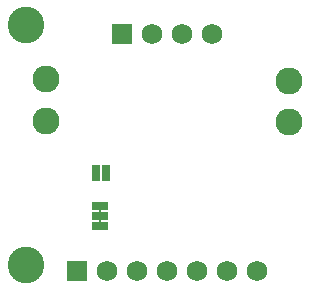
<source format=gbr>
G04 EAGLE Gerber RS-274X export*
G75*
%MOMM*%
%FSLAX34Y34*%
%LPD*%
%AMOC8*
5,1,8,0,0,1.08239X$1,22.5*%
G01*
%ADD10C,3.101600*%
%ADD11R,1.371600X0.736600*%
%ADD12C,0.203200*%
%ADD13R,1.752600X1.752600*%
%ADD14C,1.752600*%
%ADD15C,2.286000*%
%ADD16R,0.736600X1.371600*%


D10*
X20000Y20000D03*
X20000Y223200D03*
D11*
X82550Y53086D03*
X82550Y61214D03*
X82550Y69342D03*
D12*
X82550Y70104D02*
X82550Y52578D01*
D13*
X101900Y215000D03*
D14*
X127300Y215000D03*
X152700Y215000D03*
X178100Y215000D03*
D15*
X37000Y142000D03*
X37000Y177000D03*
X243000Y176000D03*
X243000Y141000D03*
D16*
X79756Y97790D03*
X87884Y97790D03*
D13*
X63800Y15000D03*
D14*
X89200Y15000D03*
X114600Y15000D03*
X140000Y15000D03*
X165400Y15000D03*
X190800Y15000D03*
X216200Y15000D03*
M02*

</source>
